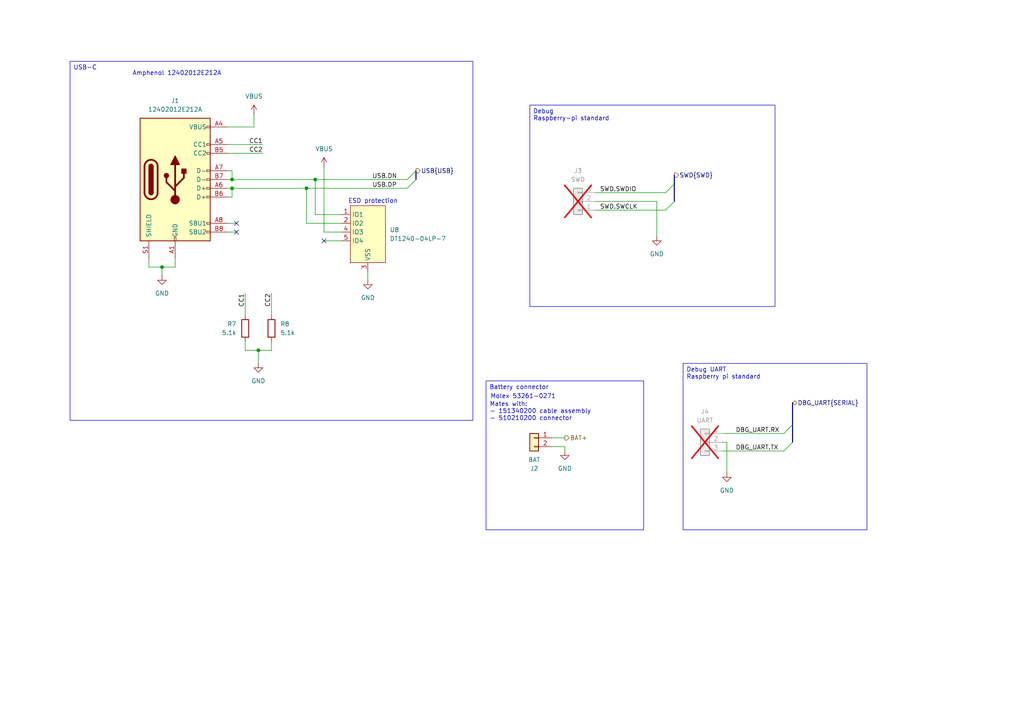
<source format=kicad_sch>
(kicad_sch (version 20250114) (generator "eeschema") (generator_version "9.0")
  (paper "A4")
  (lib_symbols
    (symbol "Connector:USB_C_Receptacle_USB2.0_16P" (pin_names (offset 1.016))
      (property "Reference" "J" (at 0 22.225 0))
      (property "Value" "USB_C_Receptacle_USB2.0_16P" (at 0 19.685 0))
      (symbol "USB_C_Receptacle_USB2.0_16P_0_0"
        (rectangle (start -0.254 -17.78) (end 0.254 -16.764))
        (rectangle (start 10.16 15.494) (end 9.144 14.986))
        (rectangle (start 10.16 10.414) (end 9.144 9.906))
        (rectangle (start 10.16 7.874) (end 9.144 7.366))
        (rectangle (start 10.16 2.794) (end 9.144 2.286))
        (rectangle (start 10.16 0.254) (end 9.144 -0.254))
        (rectangle (start 10.16 -2.286) (end 9.144 -2.794))
        (rectangle (start 10.16 -4.826) (end 9.144 -5.334))
        (rectangle (start 10.16 -12.446) (end 9.144 -12.954))
        (rectangle (start 10.16 -14.986) (end 9.144 -15.494))
      )
      (symbol "USB_C_Receptacle_USB2.0_16P_0_1"
        (rectangle (start -10.16 17.78) (end 10.16 -17.78) (stroke (width 0.254)) (fill (type background)))
        (polyline (pts (xy -8.89 -3.81) (xy -8.89 3.81)) (stroke (width 0.508)))
        (rectangle (start -7.62 -3.81) (end -6.35 3.81) (stroke (width 0.254)) (fill (type outline)))
        (arc (start -7.62 3.81) (mid -6.985 4.4423) (end -6.35 3.81) (stroke (width 0.254)))
        (arc (start -7.62 3.81) (mid -6.985 4.4423) (end -6.35 3.81) (stroke (width 0.254)) (fill (type outline)))
        (arc (start -8.89 3.81) (mid -6.985 5.7067) (end -5.08 3.81) (stroke (width 0.508)))
        (arc (start -5.08 -3.81) (mid -6.985 -5.7067) (end -8.89 -3.81) (stroke (width 0.508)))
        (arc (start -6.35 -3.81) (mid -6.985 -4.4423) (end -7.62 -3.81) (stroke (width 0.254)))
        (arc (start -6.35 -3.81) (mid -6.985 -4.4423) (end -7.62 -3.81) (stroke (width 0.254)) (fill (type outline)))
        (polyline (pts (xy -5.08 3.81) (xy -5.08 -3.81)) (stroke (width 0.508)))
        (circle (center -2.54 1.143) (radius 0.635) (stroke (width 0.254)) (fill (type outline)))
        (polyline (pts (xy -1.27 4.318) (xy 0 6.858) (xy 1.27 4.318) (xy -1.27 4.318)) (stroke (width 0.254)) (fill (type outline)))
        (polyline (pts (xy 0 -2.032) (xy 2.54 0.508) (xy 2.54 1.778)) (stroke (width 0.508)))
        (polyline (pts (xy 0 -3.302) (xy -2.54 -0.762) (xy -2.54 0.508)) (stroke (width 0.508)))
        (polyline (pts (xy 0 -5.842) (xy 0 4.318)) (stroke (width 0.508)))
        (circle (center 0 -5.842) (radius 1.27) (fill (type outline)))
        (rectangle (start 1.905 1.778) (end 3.175 3.048) (stroke (width 0.254)) (fill (type outline)))
      )
      (symbol "USB_C_Receptacle_USB2.0_16P_1_1"
        (pin passive line (at -7.62 -22.86 90) (length 5.08) (name "SHIELD") (number "S1"))
        (pin passive line (at 0 -22.86 90) (length 5.08) (name "GND") (number "A1"))
        (pin passive line (at 0 -22.86 90) (length 5.08) (hide yes) (name "GND") (number "A12"))
        (pin passive line (at 0 -22.86 90) (length 5.08) (hide yes) (name "GND") (number "B1"))
        (pin passive line (at 0 -22.86 90) (length 5.08) (hide yes) (name "GND") (number "B12"))
        (pin passive line (at 15.24 15.24 180) (length 5.08) (name "VBUS") (number "A4"))
        (pin passive line (at 15.24 15.24 180) (length 5.08) (hide yes) (name "VBUS") (number "A9"))
        (pin passive line (at 15.24 15.24 180) (length 5.08) (hide yes) (name "VBUS") (number "B4"))
        (pin passive line (at 15.24 15.24 180) (length 5.08) (hide yes) (name "VBUS") (number "B9"))
        (pin bidirectional line (at 15.24 10.16 180) (length 5.08) (name "CC1") (number "A5"))
        (pin bidirectional line (at 15.24 7.62 180) (length 5.08) (name "CC2") (number "B5"))
        (pin bidirectional line (at 15.24 2.54 180) (length 5.08) (name "D-") (number "A7"))
        (pin bidirectional line (at 15.24 0 180) (length 5.08) (name "D-") (number "B7"))
        (pin bidirectional line (at 15.24 -2.54 180) (length 5.08) (name "D+") (number "A6"))
        (pin bidirectional line (at 15.24 -5.08 180) (length 5.08) (name "D+") (number "B6"))
        (pin bidirectional line (at 15.24 -12.7 180) (length 5.08) (name "SBU1") (number "A8"))
        (pin bidirectional line (at 15.24 -15.24 180) (length 5.08) (name "SBU2") (number "B8"))
      )
    )
    (symbol "Connector_Generic:Conn_01x02" (pin_names (offset 1.016) (hide yes))
      (property "Reference" "J" (at 0 2.54 0))
      (property "Value" "Conn_01x02" (at 0 -5.08 0))
      (symbol "Conn_01x02_1_1"
        (rectangle (start -1.27 1.27) (end 1.27 -3.81) (stroke (width 0.254)) (fill (type background)))
        (rectangle (start -1.27 0.127) (end 0 -0.127) (stroke (width 0.1524)))
        (rectangle (start -1.27 -2.413) (end 0 -2.667) (stroke (width 0.1524)))
        (pin passive line (at -5.08 0 0) (length 3.81) (name "Pin_1") (number "1"))
        (pin passive line (at -5.08 -2.54 0) (length 3.81) (name "Pin_2") (number "2"))
      )
    )
    (symbol "Connector_Generic:Conn_01x03" (pin_names (offset 1.016) (hide yes))
      (property "Reference" "J" (at 0 5.08 0))
      (property "Value" "Conn_01x03" (at 0 -5.08 0))
      (symbol "Conn_01x03_1_1"
        (rectangle (start -1.27 3.81) (end 1.27 -3.81) (stroke (width 0.254)) (fill (type background)))
        (rectangle (start -1.27 2.667) (end 0 2.413) (stroke (width 0.1524)))
        (rectangle (start -1.27 0.127) (end 0 -0.127) (stroke (width 0.1524)))
        (rectangle (start -1.27 -2.413) (end 0 -2.667) (stroke (width 0.1524)))
        (pin passive line (at -5.08 2.54 0) (length 3.81) (name "Pin_1") (number "1"))
        (pin passive line (at -5.08 0 0) (length 3.81) (name "Pin_2") (number "2"))
        (pin passive line (at -5.08 -2.54 0) (length 3.81) (name "Pin_3") (number "3"))
      )
    )
    (symbol "Device:R" (pin_numbers (hide yes)) (pin_names (offset 0))
      (property "Reference" "R" (at 2.032 0 90))
      (property "Value" "R" (at 0 0 90))
      (symbol "R_0_1"
        (rectangle (start -1.016 -2.54) (end 1.016 2.54) (stroke (width 0.254)))
      )
      (symbol "R_1_1"
        (pin passive line (at 0 3.81 270) (length 1.27) (name "~") (number "1"))
        (pin passive line (at 0 -3.81 90) (length 1.27) (name "~") (number "2"))
      )
    )
    (symbol "picowalker:DT1240-04LP-7"
      (property "Reference" "U" (at 0 7.874 0))
      (property "Value" "DT1240-04LP-7" (at 0.508 6.096 0))
      (symbol "DT1240-04LP-7_1_1"
        (rectangle (start -5.08 5.08) (end 5.08 -11.43) (fill (type background)))
        (pin passive line (at -7.62 2.54 0) (length 2.54) (name "IO1") (number "1"))
        (pin passive line (at -7.62 0 0) (length 2.54) (name "IO2") (number "2"))
        (pin passive line (at -7.62 -2.54 0) (length 2.54) (name "IO3") (number "4"))
        (pin passive line (at -7.62 -5.08 0) (length 2.54) (name "IO4") (number "5"))
        (pin passive line (at 0 -13.97 90) (length 2.54) (name "VSS") (number "3"))
        (pin passive line (at 0 -13.97 90) (length 2.54) (hide yes) (name "VSS") (number "8"))
        (pin no_connect line (at 7.62 2.54 180) (length 2.54) (hide yes) (name "NC") (number "10"))
        (pin no_connect line (at 7.62 0 180) (length 2.54) (hide yes) (name "NC") (number "9"))
        (pin no_connect line (at 7.62 -2.54 180) (length 2.54) (hide yes) (name "NC") (number "7"))
        (pin no_connect line (at 7.62 -5.08 180) (length 2.54) (hide yes) (name "NC") (number "6"))
      )
    )
    (symbol "power:GND" (power) (pin_numbers (hide yes)) (pin_names (offset 0) (hide yes))
      (property "Value" "GND" (at 0 -3.81 0))
      (symbol "GND_0_1"
        (polyline (pts (xy 0 0) (xy 0 -1.27) (xy 1.27 -1.27) (xy 0 -2.54) (xy -1.27 -1.27) (xy 0 -1.27)))
      )
      (symbol "GND_1_1"
        (pin power_in line (at 0 0 270) (length 0) (name "~") (number "1"))
      )
    )
    (symbol "power:VBUS" (power) (pin_numbers (hide yes)) (pin_names (offset 0) (hide yes))
      (property "Value" "VBUS" (at 0 3.556 0))
      (symbol "VBUS_0_1"
        (polyline (pts (xy -0.762 1.27) (xy 0 2.54)))
        (polyline (pts (xy 0 2.54) (xy 0.762 1.27)))
        (polyline (pts (xy 0 0) (xy 0 2.54)))
      )
      (symbol "VBUS_1_1"
        (pin power_in line (at 0 0 90) (length 0) (name "~") (number "1"))
      )
    )
  )
  (text "ESD protection" (at 108.204 58.42 0) (effects (font (size 1.27 1.27))))
  (text "Mates with:\n- 151340200 cable assembly\n- 510210200 connector" (at 141.986 119.38 0) (effects (font (size 1.27 1.27)) (justify left)))
  (text "Molex 53261-0271 " (at 142.24 115.062 0) (effects (font (size 1.27 1.27)) (justify left)))
  (text "Amphenol 12402012E212A" (at 51.308 21.336 0) (effects (font (size 1.27 1.27))))
  (text_box "Battery connector" (at 140.97 110.49 0) (size 45.72 43.18) (margins 0.9525 0.9525 0.9525 0.9525) (effects (font (size 1.27 1.27)) (justify left top)))
  (text_box "USB-C" (at 20.32 17.78 0) (size 116.84 104.14) (margins 0.9525 0.9525 0.9525 0.9525) (effects (font (size 1.27 1.27)) (justify left top)))
  (text_box "Debug UART\nRaspberry pi standard" (at 198.12 105.41 0) (size 53.34 48.26) (margins 0.9525 0.9525 0.9525 0.9525) (effects (font (size 1.27 1.27)) (justify left top)))
  (text_box "Debug\nRaspberry-pi standard" (at 153.67 30.48 0) (size 71.12 58.42) (margins 0.9525 0.9525 0.9525 0.9525) (effects (font (size 1.27 1.27)) (justify left top)))
  (junction (at 67.31 54.61))
  (junction (at 46.99 77.47))
  (junction (at 74.93 101.6))
  (junction (at 67.31 52.07))
  (junction (at 88.9 54.61))
  (junction (at 91.44 52.07))
  (no_connect (at 68.58 64.77))
  (no_connect (at 68.58 67.31))
  (no_connect (at 93.98 69.85))
  (bus_entry (at 229.87 128.27) (size -2.54 2.54))
  (bus_entry (at 120.65 52.07) (size -2.54 2.54))
  (bus_entry (at 229.87 123.19) (size -2.54 2.54))
  (bus_entry (at 193.04 60.96) (size 2.54 -2.54))
  (bus_entry (at 193.04 55.88) (size 2.54 -2.54))
  (bus_entry (at 120.65 49.53) (size -2.54 2.54))
  (wire (pts (xy 66.04 49.53) (xy 67.31 49.53)))
  (wire (pts (xy 66.04 54.61) (xy 67.31 54.61)))
  (wire (pts (xy 66.04 57.15) (xy 67.31 57.15)))
  (wire (pts (xy 160.02 129.54) (xy 163.83 129.54)))
  (wire (pts (xy 67.31 54.61) (xy 67.31 57.15)))
  (wire (pts (xy 66.04 64.77) (xy 68.58 64.77)))
  (wire (pts (xy 106.68 78.74) (xy 106.68 81.28)))
  (wire (pts (xy 172.72 58.42) (xy 190.5 58.42)))
  (wire (pts (xy 88.9 54.61) (xy 118.11 54.61)))
  (wire (pts (xy 209.55 128.27) (xy 210.82 128.27)))
  (wire (pts (xy 71.12 99.06) (xy 71.12 101.6)))
  (wire (pts (xy 66.04 52.07) (xy 67.31 52.07)))
  (wire (pts (xy 71.12 85.09) (xy 71.12 91.44)))
  (wire (pts (xy 74.93 101.6) (xy 74.93 105.41)))
  (wire (pts (xy 67.31 52.07) (xy 91.44 52.07)))
  (wire (pts (xy 160.02 127) (xy 163.83 127)))
  (wire (pts (xy 66.04 36.83) (xy 73.66 36.83)))
  (wire (pts (xy 190.5 58.42) (xy 190.5 68.58)))
  (wire (pts (xy 172.72 55.88) (xy 193.04 55.88)))
  (bus (pts (xy 229.87 116.84) (xy 229.87 123.19)))
  (wire (pts (xy 93.98 67.31) (xy 99.06 67.31)))
  (wire (pts (xy 209.55 125.73) (xy 227.33 125.73)))
  (wire (pts (xy 66.04 67.31) (xy 68.58 67.31)))
  (wire (pts (xy 172.72 60.96) (xy 193.04 60.96)))
  (wire (pts (xy 78.74 85.09) (xy 78.74 91.44)))
  (wire (pts (xy 91.44 62.23) (xy 99.06 62.23)))
  (bus (pts (xy 120.65 49.53) (xy 120.65 52.07)))
  (wire (pts (xy 163.83 129.54) (xy 163.83 130.81)))
  (bus (pts (xy 195.58 50.8) (xy 195.58 53.34)))
  (bus (pts (xy 195.58 53.34) (xy 195.58 58.42)))
  (wire (pts (xy 43.18 77.47) (xy 46.99 77.47)))
  (wire (pts (xy 93.98 69.85) (xy 99.06 69.85)))
  (bus (pts (xy 229.87 123.19) (xy 229.87 128.27)))
  (wire (pts (xy 93.98 48.26) (xy 93.98 67.31)))
  (wire (pts (xy 66.04 41.91) (xy 76.2 41.91)))
  (wire (pts (xy 67.31 54.61) (xy 88.9 54.61)))
  (wire (pts (xy 66.04 44.45) (xy 76.2 44.45)))
  (wire (pts (xy 50.8 74.93) (xy 50.8 77.47)))
  (wire (pts (xy 73.66 36.83) (xy 73.66 33.02)))
  (wire (pts (xy 88.9 64.77) (xy 99.06 64.77)))
  (wire (pts (xy 50.8 77.47) (xy 46.99 77.47)))
  (wire (pts (xy 91.44 52.07) (xy 91.44 62.23)))
  (wire (pts (xy 78.74 101.6) (xy 74.93 101.6)))
  (wire (pts (xy 78.74 99.06) (xy 78.74 101.6)))
  (wire (pts (xy 88.9 54.61) (xy 88.9 64.77)))
  (wire (pts (xy 209.55 130.81) (xy 227.33 130.81)))
  (wire (pts (xy 46.99 77.47) (xy 46.99 80.01)))
  (wire (pts (xy 210.82 128.27) (xy 210.82 137.16)))
  (wire (pts (xy 67.31 49.53) (xy 67.31 52.07)))
  (wire (pts (xy 43.18 74.93) (xy 43.18 77.47)))
  (wire (pts (xy 71.12 101.6) (xy 74.93 101.6)))
  (wire (pts (xy 91.44 52.07) (xy 118.11 52.07)))
  (label "USB.DP" (at 107.95 54.61 0))
  (label "SWD.SWCLK" (at 173.99 60.96 0))
  (label "CC2" (at 76.2 44.45 180))
  (label "SWD.SWDIO" (at 173.99 55.88 0))
  (label "CC2" (at 78.74 85.09 270))
  (label "DBG_UART.TX" (at 213.36 130.81 0))
  (label "DBG_UART.RX" (at 213.36 125.73 0))
  (label "CC1" (at 71.12 85.09 270))
  (label "USB.DN" (at 107.95 52.07 0))
  (label "CC1" (at 76.2 41.91 180))
  (hierarchical_label "BAT+" (shape output) (at 163.83 127 0))
  (hierarchical_label "SWD{SWD}" (shape output) (at 195.58 50.8 0))
  (hierarchical_label "USB{USB}" (shape output) (at 120.65 49.53 0))
  (hierarchical_label "DBG_UART{SERIAL}" (shape bidirectional) (at 229.87 116.84 0))
  (symbol (lib_id "power:GND") (at 106.68 81.28 0) (unit 1)
    (property "Reference" "#PWR087" (effects (hide yes)))
    (property "Value" "GND" (at 106.68 86.36 0))
    (property "Description" "Power symbol creates a global label with name \"GND\" , ground" (effects (hide yes)))
  )
  (symbol (lib_id "Connector_Generic:Conn_01x03") (at 204.47 128.27 0) (mirror y) (unit 1) (dnp yes)
    (property "Reference" "J4" (at 204.47 119.38 0))
    (property "Value" "UART" (at 204.47 121.92 0))
    (property "Footprint" "picowalker:JST_SH_SM03B-SRSS-TB_1x03-1MP_P1.00mm_Horizontal_wider" (effects (hide yes)))
    (property "Description" "Generic connector, single row, 01x03, script generated (kicad-library-utils/schlib/autogen/connector/)" (effects (hide yes)))
  )
  (symbol (lib_id "Connector_Generic:Conn_01x03") (at 167.64 58.42 180) (unit 1) (dnp yes)
    (property "Reference" "J3" (at 167.64 49.53 0))
    (property "Value" "SWD" (at 167.64 52.07 0))
    (property "Footprint" "picowalker:JST_SH_SM03B-SRSS-TB_1x03-1MP_P1.00mm_Horizontal_wider" (effects (hide yes)))
    (property "Description" "Generic connector, single row, 01x03, script generated (kicad-library-utils/schlib/autogen/connector/)" (effects (hide yes)))
  )
  (symbol (lib_id "power:GND") (at 190.5 68.58 0) (unit 1)
    (property "Reference" "#PWR024" (effects (hide yes)))
    (property "Value" "GND" (at 190.5 73.66 0))
    (property "Description" "Power symbol creates a global label with name \"GND\" , ground" (effects (hide yes)))
  )
  (symbol (lib_id "picowalker:DT1240-04LP-7") (at 106.68 64.77 0) (unit 1)
    (property "Reference" "U8" (at 113.03 66.6749 0) (effects (justify left)))
    (property "Value" "DT1240-04LP-7" (at 113.03 69.2149 0) (effects (justify left)))
    (property "Footprint" "picowalker:U-DFN2510-10_oneside" (effects (hide yes)))
  )
  (symbol (lib_id "Device:R") (at 71.12 95.25 0) (unit 1)
    (property "Reference" "R7" (at 68.58 93.9799 0) (effects (justify right)))
    (property "Value" "5.1k" (at 68.58 96.5199 0) (effects (justify right)))
    (property "Footprint" "Resistor_SMD:R_0402_1005Metric" (effects (hide yes)))
    (property "Description" "Resistor" (effects (hide yes)))
  )
  (symbol (lib_id "power:VBUS") (at 93.98 48.26 0) (unit 1)
    (property "Reference" "#PWR032" (effects (hide yes)))
    (property "Value" "VBUS" (at 93.98 43.18 0))
    (property "Description" "Power symbol creates a global label with name \"VBUS\"" (effects (hide yes)))
  )
  (symbol (lib_id "Connector_Generic:Conn_01x02") (at 154.94 127 0) (mirror y) (unit 1)
    (property "Reference" "J2" (at 154.94 135.89 0))
    (property "Value" "BAT" (at 154.94 133.35 0))
    (property "Footprint" "Connector_Molex:Molex_PicoBlade_53261-0271_1x02-1MP_P1.25mm_Horizontal" (effects (hide yes)))
    (property "Description" "Generic connector, single row, 01x02, script generated (kicad-library-utils/schlib/autogen/connector/)" (effects (hide yes)))
  )
  (symbol (lib_id "power:GND") (at 210.82 137.16 0) (unit 1)
    (property "Reference" "#PWR025" (effects (hide yes)))
    (property "Value" "GND" (at 210.82 142.24 0))
    (property "Description" "Power symbol creates a global label with name \"GND\" , ground" (effects (hide yes)))
  )
  (symbol (lib_id "Connector:USB_C_Receptacle_USB2.0_16P") (at 50.8 52.07 0) (unit 1)
    (property "Reference" "J1" (at 50.8 29.21 0))
    (property "Value" "12402012E212A" (at 50.8 31.75 0))
    (property "Footprint" "Connector_USB:USB_C_Receptacle_GCT_USB4105-xx-A_16P_TopMnt_Horizontal" (effects (hide yes)))
    (property "Datasheet" "https://www.usb.org/sites/default/files/documents/usb_type-c.zip" (effects (hide yes)))
    (property "Description" "USB 2.0-only 16P Type-C Receptacle connector" (effects (hide yes)))
  )
  (symbol (lib_id "Device:R") (at 78.74 95.25 0) (unit 1)
    (property "Reference" "R8" (at 81.28 93.9799 0) (effects (justify left)))
    (property "Value" "5.1k" (at 81.28 96.5199 0) (effects (justify left)))
    (property "Footprint" "Resistor_SMD:R_0402_1005Metric" (effects (hide yes)))
    (property "Description" "Resistor" (effects (hide yes)))
  )
  (symbol (lib_id "power:GND") (at 46.99 80.01 0) (unit 1)
    (property "Reference" "#PWR020" (effects (hide yes)))
    (property "Value" "GND" (at 46.99 85.09 0))
    (property "Description" "Power symbol creates a global label with name \"GND\" , ground" (effects (hide yes)))
  )
  (symbol (lib_id "power:GND") (at 74.93 105.41 0) (unit 1)
    (property "Reference" "#PWR022" (effects (hide yes)))
    (property "Value" "GND" (at 74.93 110.49 0))
    (property "Description" "Power symbol creates a global label with name \"GND\" , ground" (effects (hide yes)))
  )
  (symbol (lib_id "power:GND") (at 163.83 130.81 0) (unit 1)
    (property "Reference" "#PWR023" (effects (hide yes)))
    (property "Value" "GND" (at 163.83 135.89 0))
    (property "Description" "Power symbol creates a global label with name \"GND\" , ground" (effects (hide yes)))
  )
  (symbol (lib_id "power:VBUS") (at 73.66 33.02 0) (unit 1)
    (property "Reference" "#PWR021" (effects (hide yes)))
    (property "Value" "VBUS" (at 73.66 27.94 0))
    (property "Description" "Power symbol creates a global label with name \"VBUS\"" (effects (hide yes)))
  )
)
</source>
